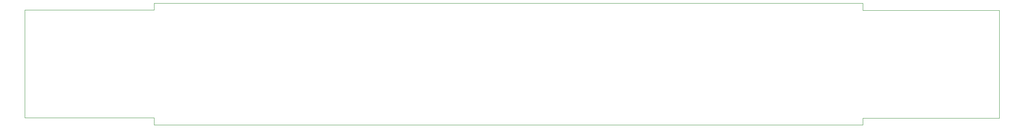
<source format=gbr>
%TF.GenerationSoftware,KiCad,Pcbnew,(6.0.1-0)*%
%TF.CreationDate,2022-02-11T13:50:11+01:00*%
%TF.ProjectId,Blokkendoos_binnenverlichting,426c6f6b-6b65-46e6-946f-6f735f62696e,rev?*%
%TF.SameCoordinates,Original*%
%TF.FileFunction,Profile,NP*%
%FSLAX46Y46*%
G04 Gerber Fmt 4.6, Leading zero omitted, Abs format (unit mm)*
G04 Created by KiCad (PCBNEW (6.0.1-0)) date 2022-02-11 13:50:11*
%MOMM*%
%LPD*%
G01*
G04 APERTURE LIST*
%TA.AperFunction,Profile*%
%ADD10C,0.100000*%
%TD*%
G04 APERTURE END LIST*
D10*
X76454450Y-139954000D02*
X226822000Y-139954000D01*
X76453550Y-138430000D02*
X76454450Y-139954000D01*
X255810000Y-138500000D02*
X226822000Y-138500000D01*
X255810000Y-115500000D02*
X226822000Y-115500000D01*
X48989100Y-115430000D02*
X48989100Y-138430000D01*
X76454450Y-113954000D02*
X76453550Y-115430000D01*
X255810000Y-115500000D02*
X255810000Y-138500000D01*
X76453550Y-115430000D02*
X48989100Y-115430000D01*
X226822000Y-138500000D02*
X226822000Y-139954000D01*
X226822000Y-115500000D02*
X226822000Y-113954000D01*
X226822000Y-113954000D02*
X76454450Y-113954000D01*
X76453550Y-138430000D02*
X48989100Y-138430000D01*
M02*

</source>
